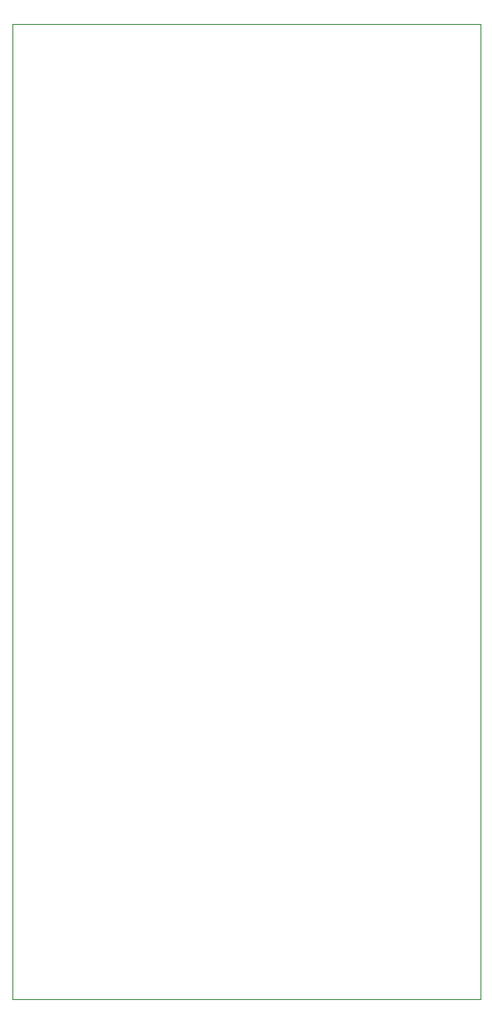
<source format=gbr>
%TF.GenerationSoftware,KiCad,Pcbnew,8.0.1*%
%TF.CreationDate,2024-10-28T19:37:42+01:00*%
%TF.ProjectId,ESP_01_MQTT,4553505f-3031-45f4-9d51-54542e6b6963,rev?*%
%TF.SameCoordinates,Original*%
%TF.FileFunction,Profile,NP*%
%FSLAX46Y46*%
G04 Gerber Fmt 4.6, Leading zero omitted, Abs format (unit mm)*
G04 Created by KiCad (PCBNEW 8.0.1) date 2024-10-28 19:37:42*
%MOMM*%
%LPD*%
G01*
G04 APERTURE LIST*
%TA.AperFunction,Profile*%
%ADD10C,0.050000*%
%TD*%
G04 APERTURE END LIST*
D10*
X114026000Y-44627000D02*
X158730000Y-44627000D01*
X158730000Y-137591000D01*
X114026000Y-137591000D01*
X114026000Y-44627000D01*
M02*

</source>
